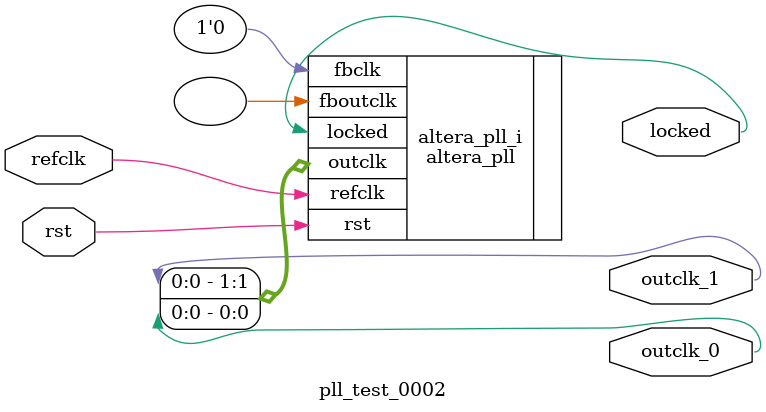
<source format=v>
`timescale 1ns/10ps
module  pll_test_0002(

	// interface 'refclk'
	input wire refclk,

	// interface 'reset'
	input wire rst,

	// interface 'outclk0'
	output wire outclk_0,

	// interface 'outclk1'
	output wire outclk_1,

	// interface 'locked'
	output wire locked
);

	altera_pll #(
		.fractional_vco_multiplier("false"),
		.reference_clock_frequency("50.0 MHz"),
		.operation_mode("direct"),
		.number_of_clocks(2),
		.output_clock_frequency0("20.000000 MHz"),
		.phase_shift0("0 ps"),
		.duty_cycle0(50),
		.output_clock_frequency1("25.000000 MHz"),
		.phase_shift1("0 ps"),
		.duty_cycle1(50),
		.output_clock_frequency2("0 MHz"),
		.phase_shift2("0 ps"),
		.duty_cycle2(50),
		.output_clock_frequency3("0 MHz"),
		.phase_shift3("0 ps"),
		.duty_cycle3(50),
		.output_clock_frequency4("0 MHz"),
		.phase_shift4("0 ps"),
		.duty_cycle4(50),
		.output_clock_frequency5("0 MHz"),
		.phase_shift5("0 ps"),
		.duty_cycle5(50),
		.output_clock_frequency6("0 MHz"),
		.phase_shift6("0 ps"),
		.duty_cycle6(50),
		.output_clock_frequency7("0 MHz"),
		.phase_shift7("0 ps"),
		.duty_cycle7(50),
		.output_clock_frequency8("0 MHz"),
		.phase_shift8("0 ps"),
		.duty_cycle8(50),
		.output_clock_frequency9("0 MHz"),
		.phase_shift9("0 ps"),
		.duty_cycle9(50),
		.output_clock_frequency10("0 MHz"),
		.phase_shift10("0 ps"),
		.duty_cycle10(50),
		.output_clock_frequency11("0 MHz"),
		.phase_shift11("0 ps"),
		.duty_cycle11(50),
		.output_clock_frequency12("0 MHz"),
		.phase_shift12("0 ps"),
		.duty_cycle12(50),
		.output_clock_frequency13("0 MHz"),
		.phase_shift13("0 ps"),
		.duty_cycle13(50),
		.output_clock_frequency14("0 MHz"),
		.phase_shift14("0 ps"),
		.duty_cycle14(50),
		.output_clock_frequency15("0 MHz"),
		.phase_shift15("0 ps"),
		.duty_cycle15(50),
		.output_clock_frequency16("0 MHz"),
		.phase_shift16("0 ps"),
		.duty_cycle16(50),
		.output_clock_frequency17("0 MHz"),
		.phase_shift17("0 ps"),
		.duty_cycle17(50),
		.pll_type("General"),
		.pll_subtype("General")
	) altera_pll_i (
		.rst	(rst),
		.outclk	({outclk_1, outclk_0}),
		.locked	(locked),
		.fboutclk	( ),
		.fbclk	(1'b0),
		.refclk	(refclk)
	);
endmodule


</source>
